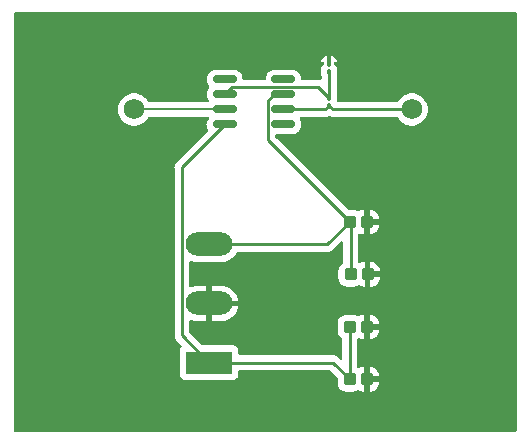
<source format=gbr>
%TF.GenerationSoftware,KiCad,Pcbnew,7.0.10*%
%TF.CreationDate,2024-06-28T18:16:17+02:00*%
%TF.ProjectId,lm7171opamp,6c6d3731-3731-46f7-9061-6d702e6b6963,rev?*%
%TF.SameCoordinates,Original*%
%TF.FileFunction,Copper,L1,Top*%
%TF.FilePolarity,Positive*%
%FSLAX46Y46*%
G04 Gerber Fmt 4.6, Leading zero omitted, Abs format (unit mm)*
G04 Created by KiCad (PCBNEW 7.0.10) date 2024-06-28 18:16:17*
%MOMM*%
%LPD*%
G01*
G04 APERTURE LIST*
G04 Aperture macros list*
%AMRoundRect*
0 Rectangle with rounded corners*
0 $1 Rounding radius*
0 $2 $3 $4 $5 $6 $7 $8 $9 X,Y pos of 4 corners*
0 Add a 4 corners polygon primitive as box body*
4,1,4,$2,$3,$4,$5,$6,$7,$8,$9,$2,$3,0*
0 Add four circle primitives for the rounded corners*
1,1,$1+$1,$2,$3*
1,1,$1+$1,$4,$5*
1,1,$1+$1,$6,$7*
1,1,$1+$1,$8,$9*
0 Add four rect primitives between the rounded corners*
20,1,$1+$1,$2,$3,$4,$5,0*
20,1,$1+$1,$4,$5,$6,$7,0*
20,1,$1+$1,$6,$7,$8,$9,0*
20,1,$1+$1,$8,$9,$2,$3,0*%
%AMFreePoly0*
4,1,25,-1.500000,1.420000,-1.360000,1.280000,-1.205000,1.155000,-1.035000,1.045000,-0.860000,0.950000,-0.675000,0.875000,-0.480000,0.820000,-0.280000,0.780000,-0.085000,0.765000,0.085000,0.765000,0.280000,0.780000,0.480000,0.820000,0.675000,0.875000,0.860000,0.950000,1.035000,1.045000,1.205000,1.155000,1.360000,1.280000,1.500000,1.420000,1.645000,1.595000,3.555000,1.595000,
3.555000,-0.755000,-3.555000,-0.755000,-3.555000,1.595000,-1.645000,1.595000,-1.500000,1.420000,-1.500000,1.420000,$1*%
G04 Aperture macros list end*
%TA.AperFunction,NonConductor*%
%ADD10C,0.200000*%
%TD*%
%TA.AperFunction,SMDPad,CuDef*%
%ADD11RoundRect,0.100000X-0.100000X0.130000X-0.100000X-0.130000X0.100000X-0.130000X0.100000X0.130000X0*%
%TD*%
%TA.AperFunction,SMDPad,CuDef*%
%ADD12RoundRect,0.250000X-0.287500X-0.275000X0.287500X-0.275000X0.287500X0.275000X-0.287500X0.275000X0*%
%TD*%
%TA.AperFunction,SMDPad,CuDef*%
%ADD13RoundRect,0.150000X-0.825000X-0.150000X0.825000X-0.150000X0.825000X0.150000X-0.825000X0.150000X0*%
%TD*%
%TA.AperFunction,ComponentPad*%
%ADD14R,3.960000X1.980000*%
%TD*%
%TA.AperFunction,ComponentPad*%
%ADD15O,3.960000X1.980000*%
%TD*%
%TA.AperFunction,SMDPad,CuDef*%
%ADD16C,1.730000*%
%TD*%
%TA.AperFunction,SMDPad,CuDef*%
%ADD17FreePoly0,180.000000*%
%TD*%
%TA.AperFunction,SMDPad,CuDef*%
%ADD18FreePoly0,0.000000*%
%TD*%
%TA.AperFunction,Conductor*%
%ADD19C,0.250000*%
%TD*%
G04 APERTURE END LIST*
D10*
X89535000Y-74295000D02*
X97155000Y-74295000D01*
D11*
%TO.P,R1,1*%
%TO.N,Net-(U1--)*%
X106045000Y-73340000D03*
%TO.P,R1,2*%
%TO.N,Net-(J2-In)*%
X106045000Y-73980000D03*
%TD*%
D12*
%TO.P,C2,1*%
%TO.N,Net-(J3-Pin_1)*%
X107795000Y-97155000D03*
%TO.P,C2,2*%
%TO.N,GND*%
X109220000Y-97155000D03*
%TD*%
D13*
%TO.P,U1,1,NC*%
%TO.N,unconnected-(U1-NC-Pad1)*%
X97220000Y-71755000D03*
%TO.P,U1,2,-*%
%TO.N,Net-(U1--)*%
X97220000Y-73025000D03*
%TO.P,U1,3,+*%
%TO.N,Net-(J1-In)*%
X97220000Y-74295000D03*
%TO.P,U1,4,V-*%
%TO.N,Net-(J3-Pin_1)*%
X97220000Y-75565000D03*
%TO.P,U1,5,NC*%
%TO.N,unconnected-(U1-NC-Pad5)*%
X102170000Y-75565000D03*
%TO.P,U1,6*%
%TO.N,Net-(J2-In)*%
X102170000Y-74295000D03*
%TO.P,U1,7,V+*%
%TO.N,Net-(J3-Pin_3)*%
X102170000Y-73025000D03*
%TO.P,U1,8,NC*%
%TO.N,unconnected-(U1-NC-Pad8)*%
X102170000Y-71755000D03*
%TD*%
D12*
%TO.P,C3,1*%
%TO.N,Net-(J3-Pin_3)*%
X107795000Y-83820000D03*
%TO.P,C3,2*%
%TO.N,GND*%
X109220000Y-83820000D03*
%TD*%
D14*
%TO.P,J3,1,Pin_1*%
%TO.N,Net-(J3-Pin_1)*%
X95885000Y-95725000D03*
D15*
%TO.P,J3,2,Pin_2*%
%TO.N,GND*%
X95885000Y-90725000D03*
%TO.P,J3,3,Pin_3*%
%TO.N,Net-(J3-Pin_3)*%
X95885000Y-85725000D03*
%TD*%
D16*
%TO.P,J1,1,In*%
%TO.N,Net-(J1-In)*%
X89535000Y-74295000D03*
D17*
%TO.P,J1,2,Ext*%
%TO.N,GND*%
X89535000Y-71495000D03*
D18*
X89535000Y-77095000D03*
%TD*%
D11*
%TO.P,R2,1*%
%TO.N,GND*%
X106045000Y-70480000D03*
%TO.P,R2,2*%
%TO.N,Net-(U1--)*%
X106045000Y-71120000D03*
%TD*%
D12*
%TO.P,C1,1*%
%TO.N,Net-(J3-Pin_1)*%
X107795000Y-92710000D03*
%TO.P,C1,2*%
%TO.N,GND*%
X109220000Y-92710000D03*
%TD*%
%TO.P,C4,1*%
%TO.N,Net-(J3-Pin_3)*%
X107872500Y-88265000D03*
%TO.P,C4,2*%
%TO.N,GND*%
X109297500Y-88265000D03*
%TD*%
D16*
%TO.P,J2,1,In*%
%TO.N,Net-(J2-In)*%
X113030000Y-74295000D03*
D17*
%TO.P,J2,2,Ext*%
%TO.N,GND*%
X113030000Y-71495000D03*
D18*
X113030000Y-77095000D03*
%TD*%
D19*
%TO.N,Net-(J3-Pin_1)*%
X95885000Y-95725000D02*
X93580000Y-93420000D01*
X96290309Y-75565000D02*
X97220000Y-75565000D01*
X107795000Y-97155000D02*
X107795000Y-92710000D01*
X95885000Y-95725000D02*
X106365000Y-95725000D01*
X106365000Y-95725000D02*
X107795000Y-97155000D01*
X93580000Y-93420000D02*
X93580000Y-79205000D01*
X93580000Y-79205000D02*
X97220000Y-75565000D01*
%TO.N,Net-(J2-In)*%
X113030000Y-74295000D02*
X106360000Y-74295000D01*
X102170000Y-74295000D02*
X105730000Y-74295000D01*
X105730000Y-74295000D02*
X106045000Y-73980000D01*
X106360000Y-74295000D02*
X106045000Y-73980000D01*
%TO.N,Net-(U1--)*%
X106045000Y-71120000D02*
X106045000Y-73340000D01*
X97845000Y-72400000D02*
X105105000Y-72400000D01*
X97220000Y-73025000D02*
X97845000Y-72400000D01*
X105105000Y-72400000D02*
X106045000Y-73340000D01*
%TO.N,Net-(J3-Pin_3)*%
X107872500Y-88265000D02*
X107872500Y-83897500D01*
X100870000Y-73565908D02*
X100870000Y-76895000D01*
X101195001Y-73025000D02*
X102170000Y-73025000D01*
X101410908Y-73025000D02*
X100870000Y-73565908D01*
X95885000Y-85725000D02*
X105890000Y-85725000D01*
X100870000Y-76895000D02*
X107795000Y-83820000D01*
X102170000Y-73025000D02*
X101410908Y-73025000D01*
X107872500Y-83897500D02*
X107795000Y-83820000D01*
X105890000Y-85725000D02*
X107795000Y-83820000D01*
%TD*%
%TA.AperFunction,Conductor*%
%TO.N,GND*%
G36*
X121863039Y-66059685D02*
G01*
X121908794Y-66112489D01*
X121920000Y-66164000D01*
X121920000Y-101476000D01*
X121900315Y-101543039D01*
X121847511Y-101588794D01*
X121796000Y-101600000D01*
X79499000Y-101600000D01*
X79431961Y-101580315D01*
X79386206Y-101527511D01*
X79375000Y-101476000D01*
X79375000Y-74295006D01*
X88164820Y-74295006D01*
X88183506Y-74520520D01*
X88239059Y-74739897D01*
X88329962Y-74947133D01*
X88453732Y-75136579D01*
X88607004Y-75303076D01*
X88607008Y-75303079D01*
X88785574Y-75442063D01*
X88785581Y-75442067D01*
X88785583Y-75442069D01*
X88984605Y-75549774D01*
X89095746Y-75587929D01*
X89198637Y-75623252D01*
X89198639Y-75623252D01*
X89198641Y-75623253D01*
X89421851Y-75660500D01*
X89421852Y-75660500D01*
X89648148Y-75660500D01*
X89648149Y-75660500D01*
X89871359Y-75623253D01*
X90085395Y-75549774D01*
X90284417Y-75442069D01*
X90462998Y-75303074D01*
X90616265Y-75136582D01*
X90681229Y-75037147D01*
X90737068Y-74951679D01*
X90790214Y-74906322D01*
X90840877Y-74895500D01*
X95729093Y-74895500D01*
X95796132Y-74915185D01*
X95841887Y-74967989D01*
X95851831Y-75037147D01*
X95835825Y-75082620D01*
X95793257Y-75154598D01*
X95787013Y-75176091D01*
X95763484Y-75220529D01*
X95757985Y-75227176D01*
X95757984Y-75227178D01*
X95690696Y-75370171D01*
X95690694Y-75370174D01*
X95676980Y-75442069D01*
X95661082Y-75525412D01*
X95661082Y-75525414D01*
X95661082Y-75525415D01*
X95671005Y-75683137D01*
X95671005Y-75683140D01*
X95719842Y-75833441D01*
X95769720Y-75912037D01*
X95784098Y-75943880D01*
X95793255Y-75975397D01*
X95796354Y-75982557D01*
X95795199Y-75983056D01*
X95810440Y-76043120D01*
X95788281Y-76109383D01*
X95774206Y-76126201D01*
X93196208Y-78704199D01*
X93183951Y-78714020D01*
X93184134Y-78714241D01*
X93178122Y-78719214D01*
X93132098Y-78768223D01*
X93129391Y-78771016D01*
X93109889Y-78790517D01*
X93109875Y-78790534D01*
X93107407Y-78793715D01*
X93099843Y-78802570D01*
X93069937Y-78834418D01*
X93069936Y-78834420D01*
X93060284Y-78851976D01*
X93049610Y-78868226D01*
X93037329Y-78884061D01*
X93037324Y-78884068D01*
X93019975Y-78924158D01*
X93014838Y-78934644D01*
X92993803Y-78972906D01*
X92988822Y-78992307D01*
X92982521Y-79010710D01*
X92974562Y-79029102D01*
X92974561Y-79029105D01*
X92967728Y-79072243D01*
X92965360Y-79083674D01*
X92954501Y-79125971D01*
X92954500Y-79125982D01*
X92954500Y-79146016D01*
X92952973Y-79165415D01*
X92949840Y-79185194D01*
X92949840Y-79185195D01*
X92953950Y-79228674D01*
X92954500Y-79240343D01*
X92954500Y-93337255D01*
X92952775Y-93352872D01*
X92953061Y-93352899D01*
X92952326Y-93360665D01*
X92954439Y-93427872D01*
X92954500Y-93431767D01*
X92954500Y-93459357D01*
X92955003Y-93463335D01*
X92955918Y-93474967D01*
X92957290Y-93518624D01*
X92957291Y-93518627D01*
X92962880Y-93537867D01*
X92966824Y-93556911D01*
X92969336Y-93576792D01*
X92985414Y-93617403D01*
X92989197Y-93628452D01*
X93001381Y-93670388D01*
X93011580Y-93687634D01*
X93020138Y-93705103D01*
X93027514Y-93723732D01*
X93053181Y-93759060D01*
X93059593Y-93768821D01*
X93081828Y-93806417D01*
X93081833Y-93806424D01*
X93095990Y-93820580D01*
X93108628Y-93835376D01*
X93120405Y-93851586D01*
X93120406Y-93851587D01*
X93154057Y-93879425D01*
X93162698Y-93887288D01*
X93516604Y-94241194D01*
X93550089Y-94302517D01*
X93545105Y-94372209D01*
X93528190Y-94403185D01*
X93461206Y-94492664D01*
X93461202Y-94492671D01*
X93410908Y-94627517D01*
X93404501Y-94687116D01*
X93404501Y-94687123D01*
X93404500Y-94687135D01*
X93404500Y-96762870D01*
X93404501Y-96762876D01*
X93410908Y-96822483D01*
X93461202Y-96957328D01*
X93461206Y-96957335D01*
X93547452Y-97072544D01*
X93547455Y-97072547D01*
X93662664Y-97158793D01*
X93662671Y-97158797D01*
X93797517Y-97209091D01*
X93797516Y-97209091D01*
X93804444Y-97209835D01*
X93857127Y-97215500D01*
X97912872Y-97215499D01*
X97972483Y-97209091D01*
X98107331Y-97158796D01*
X98222546Y-97072546D01*
X98308796Y-96957331D01*
X98359091Y-96822483D01*
X98365500Y-96762873D01*
X98365500Y-96474500D01*
X98385185Y-96407461D01*
X98437989Y-96361706D01*
X98489500Y-96350500D01*
X106054548Y-96350500D01*
X106121587Y-96370185D01*
X106142229Y-96386819D01*
X106720681Y-96965271D01*
X106754166Y-97026594D01*
X106757000Y-97052952D01*
X106757000Y-97480001D01*
X106757001Y-97480019D01*
X106767500Y-97582796D01*
X106767501Y-97582799D01*
X106822615Y-97749119D01*
X106822686Y-97749334D01*
X106914788Y-97898656D01*
X107038844Y-98022712D01*
X107188166Y-98114814D01*
X107354703Y-98169999D01*
X107457491Y-98180500D01*
X108132508Y-98180499D01*
X108132516Y-98180498D01*
X108132519Y-98180498D01*
X108188802Y-98174748D01*
X108235297Y-98169999D01*
X108401834Y-98114814D01*
X108442880Y-98089496D01*
X108510270Y-98071056D01*
X108573075Y-98089498D01*
X108613371Y-98114354D01*
X108613380Y-98114358D01*
X108779802Y-98169505D01*
X108779809Y-98169506D01*
X108882519Y-98179999D01*
X108970000Y-98179998D01*
X108970000Y-97405000D01*
X109470000Y-97405000D01*
X109470000Y-98179999D01*
X109557472Y-98179999D01*
X109557486Y-98179998D01*
X109660197Y-98169505D01*
X109826619Y-98114358D01*
X109826624Y-98114356D01*
X109975845Y-98022315D01*
X110099815Y-97898345D01*
X110191856Y-97749124D01*
X110191858Y-97749119D01*
X110247005Y-97582697D01*
X110247006Y-97582690D01*
X110257499Y-97479986D01*
X110257500Y-97479973D01*
X110257500Y-97405000D01*
X109470000Y-97405000D01*
X108970000Y-97405000D01*
X108970000Y-96130000D01*
X109470000Y-96130000D01*
X109470000Y-96905000D01*
X110257499Y-96905000D01*
X110257499Y-96830028D01*
X110257498Y-96830013D01*
X110247005Y-96727302D01*
X110191858Y-96560880D01*
X110191856Y-96560875D01*
X110099815Y-96411654D01*
X109975845Y-96287684D01*
X109826624Y-96195643D01*
X109826619Y-96195641D01*
X109660197Y-96140494D01*
X109660190Y-96140493D01*
X109557486Y-96130000D01*
X109470000Y-96130000D01*
X108970000Y-96130000D01*
X108969999Y-96129999D01*
X108882528Y-96130000D01*
X108882511Y-96130001D01*
X108779802Y-96140494D01*
X108613380Y-96195641D01*
X108613372Y-96195645D01*
X108609592Y-96197977D01*
X108542199Y-96216414D01*
X108475536Y-96195488D01*
X108430769Y-96141844D01*
X108420500Y-96092435D01*
X108420500Y-93772564D01*
X108440185Y-93705525D01*
X108492989Y-93659770D01*
X108562147Y-93649826D01*
X108609600Y-93667027D01*
X108613376Y-93669356D01*
X108613380Y-93669358D01*
X108779802Y-93724505D01*
X108779809Y-93724506D01*
X108882519Y-93734999D01*
X108970000Y-93734998D01*
X108970000Y-92960000D01*
X109470000Y-92960000D01*
X109470000Y-93734999D01*
X109557472Y-93734999D01*
X109557486Y-93734998D01*
X109660197Y-93724505D01*
X109826619Y-93669358D01*
X109826624Y-93669356D01*
X109975845Y-93577315D01*
X110099815Y-93453345D01*
X110191856Y-93304124D01*
X110191858Y-93304119D01*
X110247005Y-93137697D01*
X110247006Y-93137690D01*
X110257499Y-93034986D01*
X110257500Y-93034973D01*
X110257500Y-92960000D01*
X109470000Y-92960000D01*
X108970000Y-92960000D01*
X108970000Y-91685000D01*
X109470000Y-91685000D01*
X109470000Y-92460000D01*
X110257499Y-92460000D01*
X110257499Y-92385028D01*
X110257498Y-92385013D01*
X110247005Y-92282302D01*
X110191858Y-92115880D01*
X110191856Y-92115875D01*
X110099815Y-91966654D01*
X109975845Y-91842684D01*
X109826624Y-91750643D01*
X109826619Y-91750641D01*
X109660197Y-91695494D01*
X109660190Y-91695493D01*
X109557486Y-91685000D01*
X109470000Y-91685000D01*
X108970000Y-91685000D01*
X108969999Y-91684999D01*
X108882528Y-91685000D01*
X108882511Y-91685001D01*
X108779802Y-91695494D01*
X108613380Y-91750641D01*
X108613368Y-91750647D01*
X108573069Y-91775503D01*
X108505677Y-91793942D01*
X108442879Y-91775502D01*
X108402581Y-91750647D01*
X108401834Y-91750186D01*
X108235297Y-91695001D01*
X108235295Y-91695000D01*
X108132510Y-91684500D01*
X107457498Y-91684500D01*
X107457480Y-91684501D01*
X107354703Y-91695000D01*
X107354700Y-91695001D01*
X107188168Y-91750185D01*
X107188163Y-91750187D01*
X107038842Y-91842289D01*
X106914789Y-91966342D01*
X106822687Y-92115663D01*
X106822685Y-92115668D01*
X106822615Y-92115880D01*
X106767501Y-92282203D01*
X106767501Y-92282204D01*
X106767500Y-92282204D01*
X106757000Y-92384983D01*
X106757000Y-93035001D01*
X106757001Y-93035019D01*
X106767500Y-93137796D01*
X106767501Y-93137799D01*
X106822615Y-93304119D01*
X106822686Y-93304334D01*
X106914788Y-93453656D01*
X107038844Y-93577712D01*
X107110596Y-93621968D01*
X107157321Y-93673915D01*
X107169500Y-93727507D01*
X107169500Y-95345547D01*
X107149815Y-95412586D01*
X107097011Y-95458341D01*
X107027853Y-95468285D01*
X106964297Y-95439260D01*
X106957819Y-95433228D01*
X106865803Y-95341212D01*
X106855980Y-95328950D01*
X106855759Y-95329134D01*
X106850786Y-95323122D01*
X106801776Y-95277099D01*
X106798977Y-95274386D01*
X106779477Y-95254885D01*
X106779471Y-95254880D01*
X106776286Y-95252409D01*
X106767434Y-95244848D01*
X106735582Y-95214938D01*
X106735580Y-95214936D01*
X106735577Y-95214935D01*
X106718029Y-95205288D01*
X106701763Y-95194604D01*
X106685932Y-95182324D01*
X106645849Y-95164978D01*
X106635363Y-95159841D01*
X106597094Y-95138803D01*
X106597092Y-95138802D01*
X106577693Y-95133822D01*
X106559281Y-95127518D01*
X106540898Y-95119562D01*
X106540892Y-95119560D01*
X106497760Y-95112729D01*
X106486322Y-95110361D01*
X106444020Y-95099500D01*
X106444019Y-95099500D01*
X106423984Y-95099500D01*
X106404586Y-95097973D01*
X106397162Y-95096797D01*
X106384805Y-95094840D01*
X106384804Y-95094840D01*
X106341325Y-95098950D01*
X106329656Y-95099500D01*
X98489499Y-95099500D01*
X98422460Y-95079815D01*
X98376705Y-95027011D01*
X98365499Y-94975500D01*
X98365499Y-94687129D01*
X98365498Y-94687123D01*
X98365497Y-94687116D01*
X98359091Y-94627517D01*
X98308796Y-94492669D01*
X98308795Y-94492668D01*
X98308793Y-94492664D01*
X98222547Y-94377455D01*
X98222544Y-94377452D01*
X98107335Y-94291206D01*
X98107328Y-94291202D01*
X97972482Y-94240908D01*
X97972483Y-94240908D01*
X97912883Y-94234501D01*
X97912881Y-94234500D01*
X97912873Y-94234500D01*
X97912865Y-94234500D01*
X95330453Y-94234500D01*
X95263414Y-94214815D01*
X95242772Y-94198181D01*
X94241819Y-93197228D01*
X94208334Y-93135905D01*
X94205500Y-93109547D01*
X94205500Y-92239393D01*
X94225185Y-92172354D01*
X94277989Y-92126599D01*
X94347147Y-92116655D01*
X94379313Y-92125838D01*
X94409542Y-92139098D01*
X94648909Y-92199715D01*
X94648908Y-92199715D01*
X94833376Y-92215000D01*
X95635000Y-92215000D01*
X95635000Y-91336057D01*
X95725892Y-91370528D01*
X95845081Y-91385000D01*
X95924919Y-91385000D01*
X96044108Y-91370528D01*
X96135000Y-91336057D01*
X96135000Y-92215000D01*
X96936624Y-92215000D01*
X97121090Y-92199715D01*
X97360460Y-92139098D01*
X97586591Y-92039907D01*
X97793311Y-91904851D01*
X97974988Y-91737605D01*
X97974991Y-91737601D01*
X98126647Y-91542754D01*
X98126651Y-91542748D01*
X98244178Y-91325578D01*
X98244181Y-91325570D01*
X98324356Y-91092029D01*
X98343885Y-90975000D01*
X96499168Y-90975000D01*
X96506643Y-90960758D01*
X96545000Y-90805138D01*
X96545000Y-90644862D01*
X96506643Y-90489242D01*
X96499168Y-90475000D01*
X98343884Y-90475000D01*
X98343885Y-90474999D01*
X98324356Y-90357970D01*
X98244181Y-90124429D01*
X98244178Y-90124421D01*
X98126651Y-89907251D01*
X98126647Y-89907245D01*
X97974991Y-89712398D01*
X97974988Y-89712394D01*
X97793311Y-89545148D01*
X97586591Y-89410092D01*
X97360460Y-89310901D01*
X97121090Y-89250284D01*
X97121091Y-89250284D01*
X96936624Y-89235000D01*
X96135000Y-89235000D01*
X96135000Y-90113942D01*
X96044108Y-90079472D01*
X95924919Y-90065000D01*
X95845081Y-90065000D01*
X95725892Y-90079472D01*
X95635000Y-90113942D01*
X95635000Y-89235000D01*
X94833376Y-89235000D01*
X94648909Y-89250284D01*
X94409541Y-89310901D01*
X94409537Y-89310903D01*
X94379309Y-89324162D01*
X94310009Y-89333065D01*
X94246897Y-89303087D01*
X94210011Y-89243747D01*
X94205500Y-89210606D01*
X94205500Y-87239939D01*
X94225185Y-87172900D01*
X94277989Y-87127145D01*
X94347147Y-87117201D01*
X94379310Y-87126383D01*
X94409377Y-87139572D01*
X94648831Y-87200210D01*
X94833355Y-87215500D01*
X94833359Y-87215500D01*
X96936641Y-87215500D01*
X96936645Y-87215500D01*
X97121169Y-87200210D01*
X97360623Y-87139572D01*
X97586831Y-87040348D01*
X97793621Y-86905245D01*
X97975355Y-86737948D01*
X98127073Y-86543020D01*
X98196093Y-86415481D01*
X98245313Y-86365892D01*
X98305148Y-86350500D01*
X105807257Y-86350500D01*
X105822877Y-86352224D01*
X105822904Y-86351939D01*
X105830660Y-86352671D01*
X105830667Y-86352673D01*
X105897873Y-86350561D01*
X105901768Y-86350500D01*
X105929346Y-86350500D01*
X105929350Y-86350500D01*
X105933324Y-86349997D01*
X105944963Y-86349080D01*
X105988627Y-86347709D01*
X106007869Y-86342117D01*
X106026912Y-86338174D01*
X106046792Y-86335664D01*
X106087401Y-86319585D01*
X106098444Y-86315803D01*
X106140390Y-86303618D01*
X106157629Y-86293422D01*
X106175103Y-86284862D01*
X106193727Y-86277488D01*
X106193727Y-86277487D01*
X106193732Y-86277486D01*
X106229083Y-86251800D01*
X106238814Y-86245408D01*
X106276420Y-86223170D01*
X106290589Y-86208999D01*
X106305379Y-86196368D01*
X106321587Y-86184594D01*
X106349438Y-86150926D01*
X106357279Y-86142309D01*
X107035320Y-85464269D01*
X107096642Y-85430785D01*
X107166334Y-85435769D01*
X107222267Y-85477641D01*
X107246684Y-85543105D01*
X107247000Y-85551951D01*
X107247000Y-87247491D01*
X107227315Y-87314530D01*
X107188098Y-87353029D01*
X107116344Y-87397287D01*
X106992289Y-87521342D01*
X106900187Y-87670663D01*
X106900185Y-87670668D01*
X106900115Y-87670880D01*
X106845001Y-87837203D01*
X106845001Y-87837204D01*
X106845000Y-87837204D01*
X106834500Y-87939983D01*
X106834500Y-88590001D01*
X106834501Y-88590019D01*
X106845000Y-88692796D01*
X106845001Y-88692799D01*
X106900115Y-88859119D01*
X106900186Y-88859334D01*
X106992288Y-89008656D01*
X107116344Y-89132712D01*
X107265666Y-89224814D01*
X107432203Y-89279999D01*
X107534991Y-89290500D01*
X108210008Y-89290499D01*
X108210016Y-89290498D01*
X108210019Y-89290498D01*
X108266302Y-89284748D01*
X108312797Y-89279999D01*
X108479334Y-89224814D01*
X108520380Y-89199496D01*
X108587770Y-89181056D01*
X108650575Y-89199498D01*
X108690871Y-89224354D01*
X108690880Y-89224358D01*
X108857302Y-89279505D01*
X108857309Y-89279506D01*
X108960019Y-89289999D01*
X109047500Y-89289998D01*
X109047500Y-88515000D01*
X109547500Y-88515000D01*
X109547500Y-89289999D01*
X109634972Y-89289999D01*
X109634986Y-89289998D01*
X109737697Y-89279505D01*
X109904119Y-89224358D01*
X109904124Y-89224356D01*
X110053345Y-89132315D01*
X110177315Y-89008345D01*
X110269356Y-88859124D01*
X110269358Y-88859119D01*
X110324505Y-88692697D01*
X110324506Y-88692690D01*
X110334999Y-88589986D01*
X110335000Y-88589973D01*
X110335000Y-88515000D01*
X109547500Y-88515000D01*
X109047500Y-88515000D01*
X109047500Y-87240000D01*
X109547500Y-87240000D01*
X109547500Y-88015000D01*
X110334999Y-88015000D01*
X110334999Y-87940028D01*
X110334998Y-87940013D01*
X110324505Y-87837302D01*
X110269358Y-87670880D01*
X110269356Y-87670875D01*
X110177315Y-87521654D01*
X110053345Y-87397684D01*
X109904124Y-87305643D01*
X109904119Y-87305641D01*
X109737697Y-87250494D01*
X109737690Y-87250493D01*
X109634986Y-87240000D01*
X109547500Y-87240000D01*
X109047500Y-87240000D01*
X109047499Y-87239999D01*
X108960028Y-87240000D01*
X108960011Y-87240001D01*
X108857302Y-87250494D01*
X108690880Y-87305641D01*
X108690872Y-87305645D01*
X108687092Y-87307977D01*
X108619699Y-87326414D01*
X108553036Y-87305488D01*
X108508269Y-87251844D01*
X108498000Y-87202435D01*
X108498000Y-84912845D01*
X108517685Y-84845806D01*
X108570489Y-84800051D01*
X108639647Y-84790107D01*
X108661004Y-84795139D01*
X108779802Y-84834505D01*
X108779809Y-84834506D01*
X108882519Y-84844999D01*
X108970000Y-84844998D01*
X108970000Y-84070000D01*
X109470000Y-84070000D01*
X109470000Y-84844999D01*
X109557472Y-84844999D01*
X109557486Y-84844998D01*
X109660197Y-84834505D01*
X109826619Y-84779358D01*
X109826624Y-84779356D01*
X109975845Y-84687315D01*
X110099815Y-84563345D01*
X110191856Y-84414124D01*
X110191858Y-84414119D01*
X110247005Y-84247697D01*
X110247006Y-84247690D01*
X110257499Y-84144986D01*
X110257500Y-84144973D01*
X110257500Y-84070000D01*
X109470000Y-84070000D01*
X108970000Y-84070000D01*
X108970000Y-82795000D01*
X109470000Y-82795000D01*
X109470000Y-83570000D01*
X110257499Y-83570000D01*
X110257499Y-83495028D01*
X110257498Y-83495013D01*
X110247005Y-83392302D01*
X110191858Y-83225880D01*
X110191856Y-83225875D01*
X110099815Y-83076654D01*
X109975845Y-82952684D01*
X109826624Y-82860643D01*
X109826619Y-82860641D01*
X109660197Y-82805494D01*
X109660190Y-82805493D01*
X109557486Y-82795000D01*
X109470000Y-82795000D01*
X108970000Y-82795000D01*
X108969999Y-82794999D01*
X108882528Y-82795000D01*
X108882511Y-82795001D01*
X108779802Y-82805494D01*
X108613380Y-82860641D01*
X108613368Y-82860647D01*
X108573069Y-82885503D01*
X108505677Y-82903942D01*
X108442879Y-82885502D01*
X108402581Y-82860647D01*
X108401834Y-82860186D01*
X108235297Y-82805001D01*
X108235295Y-82805000D01*
X108132516Y-82794500D01*
X108132509Y-82794500D01*
X107705452Y-82794500D01*
X107638413Y-82774815D01*
X107617771Y-82758181D01*
X101531819Y-76672228D01*
X101498334Y-76610905D01*
X101495500Y-76584547D01*
X101495500Y-76489500D01*
X101515185Y-76422461D01*
X101567989Y-76376706D01*
X101619500Y-76365500D01*
X103060686Y-76365500D01*
X103060694Y-76365500D01*
X103097569Y-76362598D01*
X103097571Y-76362597D01*
X103097573Y-76362597D01*
X103139191Y-76350505D01*
X103255398Y-76316744D01*
X103396865Y-76233081D01*
X103513081Y-76116865D01*
X103596744Y-75975398D01*
X103642598Y-75817569D01*
X103645500Y-75780694D01*
X103645500Y-75349306D01*
X103642598Y-75312431D01*
X103639880Y-75303076D01*
X103596745Y-75154606D01*
X103596745Y-75154605D01*
X103596744Y-75154603D01*
X103596744Y-75154602D01*
X103568958Y-75107619D01*
X103551778Y-75039896D01*
X103573938Y-74973634D01*
X103628404Y-74929871D01*
X103675692Y-74920500D01*
X105647257Y-74920500D01*
X105662877Y-74922224D01*
X105662904Y-74921939D01*
X105670660Y-74922671D01*
X105670667Y-74922673D01*
X105737873Y-74920561D01*
X105741768Y-74920500D01*
X105769346Y-74920500D01*
X105769350Y-74920500D01*
X105773324Y-74919997D01*
X105784963Y-74919080D01*
X105828627Y-74917709D01*
X105847869Y-74912117D01*
X105866912Y-74908174D01*
X105886792Y-74905664D01*
X105927401Y-74889585D01*
X105938444Y-74885803D01*
X105980390Y-74873618D01*
X105983928Y-74871525D01*
X105987067Y-74870728D01*
X105987552Y-74870519D01*
X105987585Y-74870597D01*
X106051649Y-74854337D01*
X106106794Y-74869590D01*
X106123978Y-74879036D01*
X106127908Y-74881197D01*
X106147316Y-74886180D01*
X106165719Y-74892481D01*
X106184101Y-74900436D01*
X106184102Y-74900436D01*
X106184104Y-74900437D01*
X106227250Y-74907270D01*
X106238672Y-74909636D01*
X106280981Y-74920500D01*
X106301016Y-74920500D01*
X106320414Y-74922026D01*
X106340194Y-74925159D01*
X106340195Y-74925160D01*
X106340195Y-74925159D01*
X106340196Y-74925160D01*
X106383675Y-74921050D01*
X106395344Y-74920500D01*
X111740456Y-74920500D01*
X111807495Y-74940185D01*
X111844265Y-74976679D01*
X111948732Y-75136579D01*
X112102004Y-75303076D01*
X112102008Y-75303079D01*
X112280574Y-75442063D01*
X112280581Y-75442067D01*
X112280583Y-75442069D01*
X112479605Y-75549774D01*
X112590746Y-75587929D01*
X112693637Y-75623252D01*
X112693639Y-75623252D01*
X112693641Y-75623253D01*
X112916851Y-75660500D01*
X112916852Y-75660500D01*
X113143148Y-75660500D01*
X113143149Y-75660500D01*
X113366359Y-75623253D01*
X113580395Y-75549774D01*
X113779417Y-75442069D01*
X113957998Y-75303074D01*
X114111265Y-75136582D01*
X114235037Y-74947134D01*
X114325940Y-74739897D01*
X114381493Y-74520524D01*
X114400180Y-74295000D01*
X114400180Y-74294993D01*
X114382308Y-74079313D01*
X114381493Y-74069476D01*
X114325940Y-73850103D01*
X114235037Y-73642866D01*
X114171819Y-73546103D01*
X114111267Y-73453420D01*
X114001163Y-73333816D01*
X113957998Y-73286926D01*
X113957997Y-73286925D01*
X113957995Y-73286923D01*
X113957991Y-73286920D01*
X113779425Y-73147936D01*
X113779414Y-73147929D01*
X113580401Y-73040229D01*
X113580398Y-73040228D01*
X113580395Y-73040226D01*
X113580389Y-73040224D01*
X113580387Y-73040223D01*
X113366362Y-72966747D01*
X113198951Y-72938811D01*
X113143149Y-72929500D01*
X112916851Y-72929500D01*
X112872209Y-72936949D01*
X112693637Y-72966747D01*
X112479612Y-73040223D01*
X112479598Y-73040229D01*
X112280585Y-73147929D01*
X112280574Y-73147936D01*
X112102008Y-73286920D01*
X112102004Y-73286923D01*
X111948732Y-73453420D01*
X111844265Y-73613321D01*
X111791118Y-73658678D01*
X111740456Y-73669500D01*
X106865812Y-73669500D01*
X106798773Y-73649815D01*
X106753018Y-73597011D01*
X106742873Y-73529314D01*
X106745500Y-73509361D01*
X106745499Y-73170640D01*
X106745499Y-73170636D01*
X106730046Y-73053246D01*
X106730044Y-73053241D01*
X106730044Y-73053238D01*
X106714083Y-73014706D01*
X106679939Y-72932272D01*
X106670500Y-72884820D01*
X106670500Y-71575178D01*
X106679939Y-71527725D01*
X106690418Y-71502426D01*
X106730044Y-71406762D01*
X106745500Y-71289361D01*
X106745499Y-70950640D01*
X106745499Y-70950638D01*
X106745499Y-70950636D01*
X106730046Y-70833249D01*
X106730044Y-70833244D01*
X106730044Y-70833238D01*
X106730041Y-70833231D01*
X106729477Y-70831125D01*
X106729477Y-70828924D01*
X106728984Y-70825179D01*
X106729477Y-70825114D01*
X106729477Y-70774817D01*
X106728495Y-70774688D01*
X106729477Y-70767229D01*
X106729477Y-70766923D01*
X106729556Y-70766627D01*
X106740961Y-70680000D01*
X106725193Y-70680000D01*
X106658154Y-70660315D01*
X106626817Y-70631487D01*
X106573282Y-70561718D01*
X106495943Y-70502374D01*
X106454743Y-70445948D01*
X106450588Y-70376202D01*
X106484801Y-70315281D01*
X106546518Y-70282529D01*
X106571432Y-70280000D01*
X106740959Y-70280000D01*
X106740960Y-70279998D01*
X106729557Y-70193372D01*
X106729555Y-70193366D01*
X106669100Y-70047414D01*
X106572924Y-69922075D01*
X106447586Y-69825899D01*
X106301631Y-69765444D01*
X106245000Y-69757987D01*
X106245000Y-70265500D01*
X106225315Y-70332539D01*
X106172511Y-70378294D01*
X106121000Y-70389500D01*
X105969000Y-70389500D01*
X105901961Y-70369815D01*
X105856206Y-70317011D01*
X105845000Y-70265500D01*
X105845000Y-69757987D01*
X105788368Y-69765444D01*
X105642413Y-69825899D01*
X105517075Y-69922075D01*
X105420899Y-70047413D01*
X105360445Y-70193365D01*
X105360444Y-70193369D01*
X105349038Y-70280000D01*
X105518568Y-70280000D01*
X105585607Y-70299685D01*
X105631362Y-70352489D01*
X105641306Y-70421647D01*
X105612281Y-70485203D01*
X105594058Y-70502372D01*
X105516718Y-70561718D01*
X105463183Y-70631487D01*
X105406755Y-70672689D01*
X105364807Y-70680000D01*
X105349041Y-70680000D01*
X105349039Y-70680001D01*
X105360442Y-70766628D01*
X105360525Y-70766935D01*
X105360525Y-70767251D01*
X105361504Y-70774689D01*
X105360525Y-70774817D01*
X105360526Y-70825116D01*
X105361017Y-70825181D01*
X105360526Y-70828903D01*
X105360527Y-70831106D01*
X105359956Y-70833235D01*
X105344500Y-70950638D01*
X105344500Y-71289363D01*
X105359953Y-71406753D01*
X105359956Y-71406762D01*
X105410061Y-71527725D01*
X105419500Y-71575178D01*
X105419500Y-71671329D01*
X105399815Y-71738368D01*
X105347011Y-71784123D01*
X105277853Y-71794067D01*
X105276101Y-71793802D01*
X105237759Y-71787729D01*
X105226322Y-71785361D01*
X105184020Y-71774500D01*
X105184019Y-71774500D01*
X105163984Y-71774500D01*
X105144586Y-71772973D01*
X105137162Y-71771797D01*
X105124805Y-71769840D01*
X105124804Y-71769840D01*
X105081325Y-71773950D01*
X105069656Y-71774500D01*
X103769500Y-71774500D01*
X103702461Y-71754815D01*
X103656706Y-71702011D01*
X103645500Y-71650500D01*
X103645500Y-71539313D01*
X103645499Y-71539298D01*
X103644588Y-71527725D01*
X103642598Y-71502431D01*
X103596744Y-71344602D01*
X103513081Y-71203135D01*
X103513079Y-71203133D01*
X103513076Y-71203129D01*
X103396870Y-71086923D01*
X103396862Y-71086917D01*
X103255396Y-71003255D01*
X103255393Y-71003254D01*
X103097573Y-70957402D01*
X103097567Y-70957401D01*
X103060701Y-70954500D01*
X103060694Y-70954500D01*
X101279306Y-70954500D01*
X101279298Y-70954500D01*
X101242432Y-70957401D01*
X101242426Y-70957402D01*
X101084606Y-71003254D01*
X101084603Y-71003255D01*
X100943137Y-71086917D01*
X100943129Y-71086923D01*
X100826923Y-71203129D01*
X100826917Y-71203137D01*
X100743255Y-71344603D01*
X100743254Y-71344606D01*
X100697402Y-71502426D01*
X100697401Y-71502432D01*
X100694500Y-71539298D01*
X100694500Y-71650500D01*
X100674815Y-71717539D01*
X100622011Y-71763294D01*
X100570500Y-71774500D01*
X98819500Y-71774500D01*
X98752461Y-71754815D01*
X98706706Y-71702011D01*
X98695500Y-71650500D01*
X98695500Y-71539313D01*
X98695499Y-71539298D01*
X98694588Y-71527725D01*
X98692598Y-71502431D01*
X98646744Y-71344602D01*
X98563081Y-71203135D01*
X98563079Y-71203133D01*
X98563076Y-71203129D01*
X98446870Y-71086923D01*
X98446862Y-71086917D01*
X98305396Y-71003255D01*
X98305393Y-71003254D01*
X98147573Y-70957402D01*
X98147567Y-70957401D01*
X98110701Y-70954500D01*
X98110694Y-70954500D01*
X96329306Y-70954500D01*
X96329298Y-70954500D01*
X96292432Y-70957401D01*
X96292426Y-70957402D01*
X96134606Y-71003254D01*
X96134603Y-71003255D01*
X95993137Y-71086917D01*
X95993129Y-71086923D01*
X95876923Y-71203129D01*
X95876917Y-71203137D01*
X95793255Y-71344603D01*
X95793254Y-71344606D01*
X95747402Y-71502426D01*
X95747401Y-71502432D01*
X95744500Y-71539298D01*
X95744500Y-71970701D01*
X95747401Y-72007567D01*
X95747402Y-72007573D01*
X95793254Y-72165393D01*
X95793255Y-72165396D01*
X95876917Y-72306862D01*
X95881702Y-72313031D01*
X95879256Y-72314927D01*
X95905857Y-72363642D01*
X95900873Y-72433334D01*
X95880069Y-72465703D01*
X95881702Y-72466969D01*
X95876917Y-72473137D01*
X95793255Y-72614603D01*
X95793254Y-72614606D01*
X95747402Y-72772426D01*
X95747401Y-72772432D01*
X95744500Y-72809298D01*
X95744500Y-73240701D01*
X95747401Y-73277567D01*
X95747402Y-73277573D01*
X95793254Y-73435393D01*
X95793257Y-73435400D01*
X95835825Y-73507380D01*
X95853008Y-73575104D01*
X95830848Y-73641366D01*
X95776381Y-73685129D01*
X95729093Y-73694500D01*
X90840877Y-73694500D01*
X90773838Y-73674815D01*
X90737068Y-73638321D01*
X90616267Y-73453420D01*
X90506163Y-73333816D01*
X90462998Y-73286926D01*
X90462997Y-73286925D01*
X90462995Y-73286923D01*
X90462991Y-73286920D01*
X90284425Y-73147936D01*
X90284414Y-73147929D01*
X90085401Y-73040229D01*
X90085398Y-73040228D01*
X90085395Y-73040226D01*
X90085389Y-73040224D01*
X90085387Y-73040223D01*
X89871362Y-72966747D01*
X89703951Y-72938811D01*
X89648149Y-72929500D01*
X89421851Y-72929500D01*
X89377209Y-72936949D01*
X89198637Y-72966747D01*
X88984612Y-73040223D01*
X88984598Y-73040229D01*
X88785585Y-73147929D01*
X88785574Y-73147936D01*
X88607008Y-73286920D01*
X88607004Y-73286923D01*
X88453732Y-73453420D01*
X88329962Y-73642866D01*
X88239059Y-73850102D01*
X88183506Y-74069479D01*
X88164820Y-74294993D01*
X88164820Y-74295006D01*
X79375000Y-74295006D01*
X79375000Y-66164000D01*
X79394685Y-66096961D01*
X79447489Y-66051206D01*
X79499000Y-66040000D01*
X121796000Y-66040000D01*
X121863039Y-66059685D01*
G37*
%TD.AperFunction*%
%TD*%
M02*

</source>
